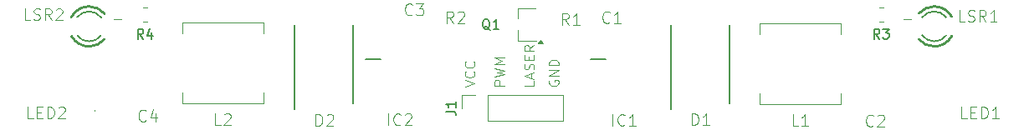
<source format=gbr>
%TF.GenerationSoftware,KiCad,Pcbnew,8.0.6*%
%TF.CreationDate,2025-03-12T20:05:18-06:00*%
%TF.ProjectId,Lightbar,4c696768-7462-4617-922e-6b696361645f,rev?*%
%TF.SameCoordinates,Original*%
%TF.FileFunction,Legend,Top*%
%TF.FilePolarity,Positive*%
%FSLAX46Y46*%
G04 Gerber Fmt 4.6, Leading zero omitted, Abs format (unit mm)*
G04 Created by KiCad (PCBNEW 8.0.6) date 2025-03-12 20:05:18*
%MOMM*%
%LPD*%
G01*
G04 APERTURE LIST*
%ADD10C,0.100000*%
%ADD11C,0.150000*%
%ADD12C,0.093472*%
%ADD13C,0.114300*%
%ADD14C,0.120000*%
%ADD15C,0.200000*%
%ADD16C,0.254000*%
%ADD17C,0.152400*%
G04 APERTURE END LIST*
D10*
X152420038Y-106672306D02*
X152372419Y-106767544D01*
X152372419Y-106767544D02*
X152372419Y-106910401D01*
X152372419Y-106910401D02*
X152420038Y-107053258D01*
X152420038Y-107053258D02*
X152515276Y-107148496D01*
X152515276Y-107148496D02*
X152610514Y-107196115D01*
X152610514Y-107196115D02*
X152800990Y-107243734D01*
X152800990Y-107243734D02*
X152943847Y-107243734D01*
X152943847Y-107243734D02*
X153134323Y-107196115D01*
X153134323Y-107196115D02*
X153229561Y-107148496D01*
X153229561Y-107148496D02*
X153324800Y-107053258D01*
X153324800Y-107053258D02*
X153372419Y-106910401D01*
X153372419Y-106910401D02*
X153372419Y-106815163D01*
X153372419Y-106815163D02*
X153324800Y-106672306D01*
X153324800Y-106672306D02*
X153277180Y-106624687D01*
X153277180Y-106624687D02*
X152943847Y-106624687D01*
X152943847Y-106624687D02*
X152943847Y-106815163D01*
X153372419Y-106196115D02*
X152372419Y-106196115D01*
X152372419Y-106196115D02*
X153372419Y-105624687D01*
X153372419Y-105624687D02*
X152372419Y-105624687D01*
X153372419Y-105148496D02*
X152372419Y-105148496D01*
X152372419Y-105148496D02*
X152372419Y-104910401D01*
X152372419Y-104910401D02*
X152420038Y-104767544D01*
X152420038Y-104767544D02*
X152515276Y-104672306D01*
X152515276Y-104672306D02*
X152610514Y-104624687D01*
X152610514Y-104624687D02*
X152800990Y-104577068D01*
X152800990Y-104577068D02*
X152943847Y-104577068D01*
X152943847Y-104577068D02*
X153134323Y-104624687D01*
X153134323Y-104624687D02*
X153229561Y-104672306D01*
X153229561Y-104672306D02*
X153324800Y-104767544D01*
X153324800Y-104767544D02*
X153372419Y-104910401D01*
X153372419Y-104910401D02*
X153372419Y-105148496D01*
X188303884Y-100491466D02*
X189065789Y-100491466D01*
X150872419Y-106719925D02*
X150872419Y-107196115D01*
X150872419Y-107196115D02*
X149872419Y-107196115D01*
X150586704Y-106434210D02*
X150586704Y-105958020D01*
X150872419Y-106529448D02*
X149872419Y-106196115D01*
X149872419Y-106196115D02*
X150872419Y-105862782D01*
X150824800Y-105577067D02*
X150872419Y-105434210D01*
X150872419Y-105434210D02*
X150872419Y-105196115D01*
X150872419Y-105196115D02*
X150824800Y-105100877D01*
X150824800Y-105100877D02*
X150777180Y-105053258D01*
X150777180Y-105053258D02*
X150681942Y-105005639D01*
X150681942Y-105005639D02*
X150586704Y-105005639D01*
X150586704Y-105005639D02*
X150491466Y-105053258D01*
X150491466Y-105053258D02*
X150443847Y-105100877D01*
X150443847Y-105100877D02*
X150396228Y-105196115D01*
X150396228Y-105196115D02*
X150348609Y-105386591D01*
X150348609Y-105386591D02*
X150300990Y-105481829D01*
X150300990Y-105481829D02*
X150253371Y-105529448D01*
X150253371Y-105529448D02*
X150158133Y-105577067D01*
X150158133Y-105577067D02*
X150062895Y-105577067D01*
X150062895Y-105577067D02*
X149967657Y-105529448D01*
X149967657Y-105529448D02*
X149920038Y-105481829D01*
X149920038Y-105481829D02*
X149872419Y-105386591D01*
X149872419Y-105386591D02*
X149872419Y-105148496D01*
X149872419Y-105148496D02*
X149920038Y-105005639D01*
X150348609Y-104577067D02*
X150348609Y-104243734D01*
X150872419Y-104100877D02*
X150872419Y-104577067D01*
X150872419Y-104577067D02*
X149872419Y-104577067D01*
X149872419Y-104577067D02*
X149872419Y-104100877D01*
X150872419Y-103100877D02*
X150396228Y-103434210D01*
X150872419Y-103672305D02*
X149872419Y-103672305D01*
X149872419Y-103672305D02*
X149872419Y-103291353D01*
X149872419Y-103291353D02*
X149920038Y-103196115D01*
X149920038Y-103196115D02*
X149967657Y-103148496D01*
X149967657Y-103148496D02*
X150062895Y-103100877D01*
X150062895Y-103100877D02*
X150205752Y-103100877D01*
X150205752Y-103100877D02*
X150300990Y-103148496D01*
X150300990Y-103148496D02*
X150348609Y-103196115D01*
X150348609Y-103196115D02*
X150396228Y-103291353D01*
X150396228Y-103291353D02*
X150396228Y-103672305D01*
X108303884Y-100491466D02*
X109065789Y-100491466D01*
X143872419Y-107338972D02*
X144872419Y-107005639D01*
X144872419Y-107005639D02*
X143872419Y-106672306D01*
X144777180Y-105767544D02*
X144824800Y-105815163D01*
X144824800Y-105815163D02*
X144872419Y-105958020D01*
X144872419Y-105958020D02*
X144872419Y-106053258D01*
X144872419Y-106053258D02*
X144824800Y-106196115D01*
X144824800Y-106196115D02*
X144729561Y-106291353D01*
X144729561Y-106291353D02*
X144634323Y-106338972D01*
X144634323Y-106338972D02*
X144443847Y-106386591D01*
X144443847Y-106386591D02*
X144300990Y-106386591D01*
X144300990Y-106386591D02*
X144110514Y-106338972D01*
X144110514Y-106338972D02*
X144015276Y-106291353D01*
X144015276Y-106291353D02*
X143920038Y-106196115D01*
X143920038Y-106196115D02*
X143872419Y-106053258D01*
X143872419Y-106053258D02*
X143872419Y-105958020D01*
X143872419Y-105958020D02*
X143920038Y-105815163D01*
X143920038Y-105815163D02*
X143967657Y-105767544D01*
X144777180Y-104767544D02*
X144824800Y-104815163D01*
X144824800Y-104815163D02*
X144872419Y-104958020D01*
X144872419Y-104958020D02*
X144872419Y-105053258D01*
X144872419Y-105053258D02*
X144824800Y-105196115D01*
X144824800Y-105196115D02*
X144729561Y-105291353D01*
X144729561Y-105291353D02*
X144634323Y-105338972D01*
X144634323Y-105338972D02*
X144443847Y-105386591D01*
X144443847Y-105386591D02*
X144300990Y-105386591D01*
X144300990Y-105386591D02*
X144110514Y-105338972D01*
X144110514Y-105338972D02*
X144015276Y-105291353D01*
X144015276Y-105291353D02*
X143920038Y-105196115D01*
X143920038Y-105196115D02*
X143872419Y-105053258D01*
X143872419Y-105053258D02*
X143872419Y-104958020D01*
X143872419Y-104958020D02*
X143920038Y-104815163D01*
X143920038Y-104815163D02*
X143967657Y-104767544D01*
X147872419Y-107196115D02*
X146872419Y-107196115D01*
X146872419Y-107196115D02*
X146872419Y-106815163D01*
X146872419Y-106815163D02*
X146920038Y-106719925D01*
X146920038Y-106719925D02*
X146967657Y-106672306D01*
X146967657Y-106672306D02*
X147062895Y-106624687D01*
X147062895Y-106624687D02*
X147205752Y-106624687D01*
X147205752Y-106624687D02*
X147300990Y-106672306D01*
X147300990Y-106672306D02*
X147348609Y-106719925D01*
X147348609Y-106719925D02*
X147396228Y-106815163D01*
X147396228Y-106815163D02*
X147396228Y-107196115D01*
X146872419Y-106291353D02*
X147872419Y-106053258D01*
X147872419Y-106053258D02*
X147158133Y-105862782D01*
X147158133Y-105862782D02*
X147872419Y-105672306D01*
X147872419Y-105672306D02*
X146872419Y-105434211D01*
X147872419Y-105053258D02*
X146872419Y-105053258D01*
X146872419Y-105053258D02*
X147586704Y-104719925D01*
X147586704Y-104719925D02*
X146872419Y-104386592D01*
X146872419Y-104386592D02*
X147872419Y-104386592D01*
D11*
X111333333Y-102454819D02*
X111000000Y-101978628D01*
X110761905Y-102454819D02*
X110761905Y-101454819D01*
X110761905Y-101454819D02*
X111142857Y-101454819D01*
X111142857Y-101454819D02*
X111238095Y-101502438D01*
X111238095Y-101502438D02*
X111285714Y-101550057D01*
X111285714Y-101550057D02*
X111333333Y-101645295D01*
X111333333Y-101645295D02*
X111333333Y-101788152D01*
X111333333Y-101788152D02*
X111285714Y-101883390D01*
X111285714Y-101883390D02*
X111238095Y-101931009D01*
X111238095Y-101931009D02*
X111142857Y-101978628D01*
X111142857Y-101978628D02*
X110761905Y-101978628D01*
X112190476Y-101788152D02*
X112190476Y-102454819D01*
X111952381Y-101407200D02*
X111714286Y-102121485D01*
X111714286Y-102121485D02*
X112333333Y-102121485D01*
D12*
X166837734Y-111226807D02*
X166837734Y-110050279D01*
X166837734Y-110050279D02*
X167117860Y-110050279D01*
X167117860Y-110050279D02*
X167285935Y-110106304D01*
X167285935Y-110106304D02*
X167397986Y-110218354D01*
X167397986Y-110218354D02*
X167454011Y-110330404D01*
X167454011Y-110330404D02*
X167510036Y-110554505D01*
X167510036Y-110554505D02*
X167510036Y-110722580D01*
X167510036Y-110722580D02*
X167454011Y-110946681D01*
X167454011Y-110946681D02*
X167397986Y-111058731D01*
X167397986Y-111058731D02*
X167285935Y-111170782D01*
X167285935Y-111170782D02*
X167117860Y-111226807D01*
X167117860Y-111226807D02*
X166837734Y-111226807D01*
X168630539Y-111226807D02*
X167958237Y-111226807D01*
X168294388Y-111226807D02*
X168294388Y-110050279D01*
X168294388Y-110050279D02*
X168182338Y-110218354D01*
X168182338Y-110218354D02*
X168070287Y-110330404D01*
X168070287Y-110330404D02*
X167958237Y-110386430D01*
X154361811Y-101014767D02*
X153969635Y-100454515D01*
X153689509Y-101014767D02*
X153689509Y-99838239D01*
X153689509Y-99838239D02*
X154137710Y-99838239D01*
X154137710Y-99838239D02*
X154249761Y-99894264D01*
X154249761Y-99894264D02*
X154305786Y-99950289D01*
X154305786Y-99950289D02*
X154361811Y-100062339D01*
X154361811Y-100062339D02*
X154361811Y-100230415D01*
X154361811Y-100230415D02*
X154305786Y-100342465D01*
X154305786Y-100342465D02*
X154249761Y-100398490D01*
X154249761Y-100398490D02*
X154137710Y-100454515D01*
X154137710Y-100454515D02*
X153689509Y-100454515D01*
X155482314Y-101014767D02*
X154810012Y-101014767D01*
X155146163Y-101014767D02*
X155146163Y-99838239D01*
X155146163Y-99838239D02*
X155034113Y-100006314D01*
X155034113Y-100006314D02*
X154922062Y-100118364D01*
X154922062Y-100118364D02*
X154810012Y-100174390D01*
X100183409Y-110539424D02*
X99623157Y-110539424D01*
X99623157Y-110539424D02*
X99623157Y-109362896D01*
X100575584Y-109923147D02*
X100967760Y-109923147D01*
X101135836Y-110539424D02*
X100575584Y-110539424D01*
X100575584Y-110539424D02*
X100575584Y-109362896D01*
X100575584Y-109362896D02*
X101135836Y-109362896D01*
X101640062Y-110539424D02*
X101640062Y-109362896D01*
X101640062Y-109362896D02*
X101920188Y-109362896D01*
X101920188Y-109362896D02*
X102088263Y-109418921D01*
X102088263Y-109418921D02*
X102200314Y-109530971D01*
X102200314Y-109530971D02*
X102256339Y-109643021D01*
X102256339Y-109643021D02*
X102312364Y-109867122D01*
X102312364Y-109867122D02*
X102312364Y-110035197D01*
X102312364Y-110035197D02*
X102256339Y-110259298D01*
X102256339Y-110259298D02*
X102200314Y-110371348D01*
X102200314Y-110371348D02*
X102088263Y-110483399D01*
X102088263Y-110483399D02*
X101920188Y-110539424D01*
X101920188Y-110539424D02*
X101640062Y-110539424D01*
X102760565Y-109474946D02*
X102816590Y-109418921D01*
X102816590Y-109418921D02*
X102928641Y-109362896D01*
X102928641Y-109362896D02*
X103208766Y-109362896D01*
X103208766Y-109362896D02*
X103320817Y-109418921D01*
X103320817Y-109418921D02*
X103376842Y-109474946D01*
X103376842Y-109474946D02*
X103432867Y-109586996D01*
X103432867Y-109586996D02*
X103432867Y-109699047D01*
X103432867Y-109699047D02*
X103376842Y-109867122D01*
X103376842Y-109867122D02*
X102704540Y-110539424D01*
X102704540Y-110539424D02*
X103432867Y-110539424D01*
D13*
X99900697Y-100541820D02*
X99350363Y-100541820D01*
X99350363Y-100541820D02*
X99350363Y-99386120D01*
X100230897Y-100486787D02*
X100395997Y-100541820D01*
X100395997Y-100541820D02*
X100671164Y-100541820D01*
X100671164Y-100541820D02*
X100781230Y-100486787D01*
X100781230Y-100486787D02*
X100836264Y-100431753D01*
X100836264Y-100431753D02*
X100891297Y-100321687D01*
X100891297Y-100321687D02*
X100891297Y-100211620D01*
X100891297Y-100211620D02*
X100836264Y-100101553D01*
X100836264Y-100101553D02*
X100781230Y-100046520D01*
X100781230Y-100046520D02*
X100671164Y-99991487D01*
X100671164Y-99991487D02*
X100451030Y-99936453D01*
X100451030Y-99936453D02*
X100340964Y-99881420D01*
X100340964Y-99881420D02*
X100285930Y-99826387D01*
X100285930Y-99826387D02*
X100230897Y-99716320D01*
X100230897Y-99716320D02*
X100230897Y-99606253D01*
X100230897Y-99606253D02*
X100285930Y-99496187D01*
X100285930Y-99496187D02*
X100340964Y-99441153D01*
X100340964Y-99441153D02*
X100451030Y-99386120D01*
X100451030Y-99386120D02*
X100726197Y-99386120D01*
X100726197Y-99386120D02*
X100891297Y-99441153D01*
X102046997Y-100541820D02*
X101661764Y-99991487D01*
X101386597Y-100541820D02*
X101386597Y-99386120D01*
X101386597Y-99386120D02*
X101826864Y-99386120D01*
X101826864Y-99386120D02*
X101936931Y-99441153D01*
X101936931Y-99441153D02*
X101991964Y-99496187D01*
X101991964Y-99496187D02*
X102046997Y-99606253D01*
X102046997Y-99606253D02*
X102046997Y-99771353D01*
X102046997Y-99771353D02*
X101991964Y-99881420D01*
X101991964Y-99881420D02*
X101936931Y-99936453D01*
X101936931Y-99936453D02*
X101826864Y-99991487D01*
X101826864Y-99991487D02*
X101386597Y-99991487D01*
X102487264Y-99496187D02*
X102542297Y-99441153D01*
X102542297Y-99441153D02*
X102652364Y-99386120D01*
X102652364Y-99386120D02*
X102927531Y-99386120D01*
X102927531Y-99386120D02*
X103037597Y-99441153D01*
X103037597Y-99441153D02*
X103092631Y-99496187D01*
X103092631Y-99496187D02*
X103147664Y-99606253D01*
X103147664Y-99606253D02*
X103147664Y-99716320D01*
X103147664Y-99716320D02*
X103092631Y-99881420D01*
X103092631Y-99881420D02*
X102432231Y-100541820D01*
X102432231Y-100541820D02*
X103147664Y-100541820D01*
D12*
X185183817Y-111249479D02*
X185127792Y-111305505D01*
X185127792Y-111305505D02*
X184959716Y-111361530D01*
X184959716Y-111361530D02*
X184847666Y-111361530D01*
X184847666Y-111361530D02*
X184679591Y-111305505D01*
X184679591Y-111305505D02*
X184567540Y-111193454D01*
X184567540Y-111193454D02*
X184511515Y-111081404D01*
X184511515Y-111081404D02*
X184455490Y-110857303D01*
X184455490Y-110857303D02*
X184455490Y-110689228D01*
X184455490Y-110689228D02*
X184511515Y-110465127D01*
X184511515Y-110465127D02*
X184567540Y-110353077D01*
X184567540Y-110353077D02*
X184679591Y-110241027D01*
X184679591Y-110241027D02*
X184847666Y-110185002D01*
X184847666Y-110185002D02*
X184959716Y-110185002D01*
X184959716Y-110185002D02*
X185127792Y-110241027D01*
X185127792Y-110241027D02*
X185183817Y-110297052D01*
X185632018Y-110297052D02*
X185688043Y-110241027D01*
X185688043Y-110241027D02*
X185800094Y-110185002D01*
X185800094Y-110185002D02*
X186080219Y-110185002D01*
X186080219Y-110185002D02*
X186192270Y-110241027D01*
X186192270Y-110241027D02*
X186248295Y-110297052D01*
X186248295Y-110297052D02*
X186304320Y-110409102D01*
X186304320Y-110409102D02*
X186304320Y-110521153D01*
X186304320Y-110521153D02*
X186248295Y-110689228D01*
X186248295Y-110689228D02*
X185575993Y-111361530D01*
X185575993Y-111361530D02*
X186304320Y-111361530D01*
X158513921Y-100739104D02*
X158457896Y-100795130D01*
X158457896Y-100795130D02*
X158289820Y-100851155D01*
X158289820Y-100851155D02*
X158177770Y-100851155D01*
X158177770Y-100851155D02*
X158009695Y-100795130D01*
X158009695Y-100795130D02*
X157897644Y-100683079D01*
X157897644Y-100683079D02*
X157841619Y-100571029D01*
X157841619Y-100571029D02*
X157785594Y-100346928D01*
X157785594Y-100346928D02*
X157785594Y-100178853D01*
X157785594Y-100178853D02*
X157841619Y-99954752D01*
X157841619Y-99954752D02*
X157897644Y-99842702D01*
X157897644Y-99842702D02*
X158009695Y-99730652D01*
X158009695Y-99730652D02*
X158177770Y-99674627D01*
X158177770Y-99674627D02*
X158289820Y-99674627D01*
X158289820Y-99674627D02*
X158457896Y-99730652D01*
X158457896Y-99730652D02*
X158513921Y-99786677D01*
X159634424Y-100851155D02*
X158962122Y-100851155D01*
X159298273Y-100851155D02*
X159298273Y-99674627D01*
X159298273Y-99674627D02*
X159186223Y-99842702D01*
X159186223Y-99842702D02*
X159074172Y-99954752D01*
X159074172Y-99954752D02*
X158962122Y-100010778D01*
X119181317Y-111206431D02*
X118621065Y-111206431D01*
X118621065Y-111206431D02*
X118621065Y-110029903D01*
X119517467Y-110141953D02*
X119573492Y-110085928D01*
X119573492Y-110085928D02*
X119685543Y-110029903D01*
X119685543Y-110029903D02*
X119965668Y-110029903D01*
X119965668Y-110029903D02*
X120077719Y-110085928D01*
X120077719Y-110085928D02*
X120133744Y-110141953D01*
X120133744Y-110141953D02*
X120189769Y-110254003D01*
X120189769Y-110254003D02*
X120189769Y-110366054D01*
X120189769Y-110366054D02*
X120133744Y-110534129D01*
X120133744Y-110534129D02*
X119461442Y-111206431D01*
X119461442Y-111206431D02*
X120189769Y-111206431D01*
X158831774Y-111280301D02*
X158831774Y-110103773D01*
X160064327Y-111168250D02*
X160008302Y-111224276D01*
X160008302Y-111224276D02*
X159840226Y-111280301D01*
X159840226Y-111280301D02*
X159728176Y-111280301D01*
X159728176Y-111280301D02*
X159560101Y-111224276D01*
X159560101Y-111224276D02*
X159448050Y-111112225D01*
X159448050Y-111112225D02*
X159392025Y-111000175D01*
X159392025Y-111000175D02*
X159336000Y-110776074D01*
X159336000Y-110776074D02*
X159336000Y-110607999D01*
X159336000Y-110607999D02*
X159392025Y-110383898D01*
X159392025Y-110383898D02*
X159448050Y-110271848D01*
X159448050Y-110271848D02*
X159560101Y-110159798D01*
X159560101Y-110159798D02*
X159728176Y-110103773D01*
X159728176Y-110103773D02*
X159840226Y-110103773D01*
X159840226Y-110103773D02*
X160008302Y-110159798D01*
X160008302Y-110159798D02*
X160064327Y-110215823D01*
X161184830Y-111280301D02*
X160512528Y-111280301D01*
X160848679Y-111280301D02*
X160848679Y-110103773D01*
X160848679Y-110103773D02*
X160736629Y-110271848D01*
X160736629Y-110271848D02*
X160624578Y-110383898D01*
X160624578Y-110383898D02*
X160512528Y-110439924D01*
X111593676Y-110739104D02*
X111537651Y-110795130D01*
X111537651Y-110795130D02*
X111369575Y-110851155D01*
X111369575Y-110851155D02*
X111257525Y-110851155D01*
X111257525Y-110851155D02*
X111089450Y-110795130D01*
X111089450Y-110795130D02*
X110977399Y-110683079D01*
X110977399Y-110683079D02*
X110921374Y-110571029D01*
X110921374Y-110571029D02*
X110865349Y-110346928D01*
X110865349Y-110346928D02*
X110865349Y-110178853D01*
X110865349Y-110178853D02*
X110921374Y-109954752D01*
X110921374Y-109954752D02*
X110977399Y-109842702D01*
X110977399Y-109842702D02*
X111089450Y-109730652D01*
X111089450Y-109730652D02*
X111257525Y-109674627D01*
X111257525Y-109674627D02*
X111369575Y-109674627D01*
X111369575Y-109674627D02*
X111537651Y-109730652D01*
X111537651Y-109730652D02*
X111593676Y-109786677D01*
X112602129Y-110066803D02*
X112602129Y-110851155D01*
X112322003Y-109618602D02*
X112041877Y-110458979D01*
X112041877Y-110458979D02*
X112770204Y-110458979D01*
X128771755Y-111283220D02*
X128771755Y-110106692D01*
X128771755Y-110106692D02*
X129051881Y-110106692D01*
X129051881Y-110106692D02*
X129219956Y-110162717D01*
X129219956Y-110162717D02*
X129332007Y-110274767D01*
X129332007Y-110274767D02*
X129388032Y-110386817D01*
X129388032Y-110386817D02*
X129444057Y-110610918D01*
X129444057Y-110610918D02*
X129444057Y-110778993D01*
X129444057Y-110778993D02*
X129388032Y-111003094D01*
X129388032Y-111003094D02*
X129332007Y-111115144D01*
X129332007Y-111115144D02*
X129219956Y-111227195D01*
X129219956Y-111227195D02*
X129051881Y-111283220D01*
X129051881Y-111283220D02*
X128771755Y-111283220D01*
X129892258Y-110218742D02*
X129948283Y-110162717D01*
X129948283Y-110162717D02*
X130060334Y-110106692D01*
X130060334Y-110106692D02*
X130340459Y-110106692D01*
X130340459Y-110106692D02*
X130452510Y-110162717D01*
X130452510Y-110162717D02*
X130508535Y-110218742D01*
X130508535Y-110218742D02*
X130564560Y-110330792D01*
X130564560Y-110330792D02*
X130564560Y-110442843D01*
X130564560Y-110442843D02*
X130508535Y-110610918D01*
X130508535Y-110610918D02*
X129836233Y-111283220D01*
X129836233Y-111283220D02*
X130564560Y-111283220D01*
X136141262Y-111237233D02*
X136141262Y-110060705D01*
X137373815Y-111125182D02*
X137317790Y-111181208D01*
X137317790Y-111181208D02*
X137149714Y-111237233D01*
X137149714Y-111237233D02*
X137037664Y-111237233D01*
X137037664Y-111237233D02*
X136869589Y-111181208D01*
X136869589Y-111181208D02*
X136757538Y-111069157D01*
X136757538Y-111069157D02*
X136701513Y-110957107D01*
X136701513Y-110957107D02*
X136645488Y-110733006D01*
X136645488Y-110733006D02*
X136645488Y-110564931D01*
X136645488Y-110564931D02*
X136701513Y-110340830D01*
X136701513Y-110340830D02*
X136757538Y-110228780D01*
X136757538Y-110228780D02*
X136869589Y-110116730D01*
X136869589Y-110116730D02*
X137037664Y-110060705D01*
X137037664Y-110060705D02*
X137149714Y-110060705D01*
X137149714Y-110060705D02*
X137317790Y-110116730D01*
X137317790Y-110116730D02*
X137373815Y-110172755D01*
X137822016Y-110172755D02*
X137878041Y-110116730D01*
X137878041Y-110116730D02*
X137990092Y-110060705D01*
X137990092Y-110060705D02*
X138270217Y-110060705D01*
X138270217Y-110060705D02*
X138382268Y-110116730D01*
X138382268Y-110116730D02*
X138438293Y-110172755D01*
X138438293Y-110172755D02*
X138494318Y-110284805D01*
X138494318Y-110284805D02*
X138494318Y-110396856D01*
X138494318Y-110396856D02*
X138438293Y-110564931D01*
X138438293Y-110564931D02*
X137765991Y-111237233D01*
X137765991Y-111237233D02*
X138494318Y-111237233D01*
D11*
X141954819Y-109833333D02*
X142669104Y-109833333D01*
X142669104Y-109833333D02*
X142811961Y-109880952D01*
X142811961Y-109880952D02*
X142907200Y-109976190D01*
X142907200Y-109976190D02*
X142954819Y-110119047D01*
X142954819Y-110119047D02*
X142954819Y-110214285D01*
X142954819Y-108833333D02*
X142954819Y-109404761D01*
X142954819Y-109119047D02*
X141954819Y-109119047D01*
X141954819Y-109119047D02*
X142097676Y-109214285D01*
X142097676Y-109214285D02*
X142192914Y-109309523D01*
X142192914Y-109309523D02*
X142240533Y-109404761D01*
X185833333Y-102454819D02*
X185500000Y-101978628D01*
X185261905Y-102454819D02*
X185261905Y-101454819D01*
X185261905Y-101454819D02*
X185642857Y-101454819D01*
X185642857Y-101454819D02*
X185738095Y-101502438D01*
X185738095Y-101502438D02*
X185785714Y-101550057D01*
X185785714Y-101550057D02*
X185833333Y-101645295D01*
X185833333Y-101645295D02*
X185833333Y-101788152D01*
X185833333Y-101788152D02*
X185785714Y-101883390D01*
X185785714Y-101883390D02*
X185738095Y-101931009D01*
X185738095Y-101931009D02*
X185642857Y-101978628D01*
X185642857Y-101978628D02*
X185261905Y-101978628D01*
X186166667Y-101454819D02*
X186785714Y-101454819D01*
X186785714Y-101454819D02*
X186452381Y-101835771D01*
X186452381Y-101835771D02*
X186595238Y-101835771D01*
X186595238Y-101835771D02*
X186690476Y-101883390D01*
X186690476Y-101883390D02*
X186738095Y-101931009D01*
X186738095Y-101931009D02*
X186785714Y-102026247D01*
X186785714Y-102026247D02*
X186785714Y-102264342D01*
X186785714Y-102264342D02*
X186738095Y-102359580D01*
X186738095Y-102359580D02*
X186690476Y-102407200D01*
X186690476Y-102407200D02*
X186595238Y-102454819D01*
X186595238Y-102454819D02*
X186309524Y-102454819D01*
X186309524Y-102454819D02*
X186214286Y-102407200D01*
X186214286Y-102407200D02*
X186166667Y-102359580D01*
D12*
X138535021Y-99959042D02*
X138478996Y-100015068D01*
X138478996Y-100015068D02*
X138310920Y-100071093D01*
X138310920Y-100071093D02*
X138198870Y-100071093D01*
X138198870Y-100071093D02*
X138030795Y-100015068D01*
X138030795Y-100015068D02*
X137918744Y-99903017D01*
X137918744Y-99903017D02*
X137862719Y-99790967D01*
X137862719Y-99790967D02*
X137806694Y-99566866D01*
X137806694Y-99566866D02*
X137806694Y-99398791D01*
X137806694Y-99398791D02*
X137862719Y-99174690D01*
X137862719Y-99174690D02*
X137918744Y-99062640D01*
X137918744Y-99062640D02*
X138030795Y-98950590D01*
X138030795Y-98950590D02*
X138198870Y-98894565D01*
X138198870Y-98894565D02*
X138310920Y-98894565D01*
X138310920Y-98894565D02*
X138478996Y-98950590D01*
X138478996Y-98950590D02*
X138535021Y-99006615D01*
X138927197Y-98894565D02*
X139655524Y-98894565D01*
X139655524Y-98894565D02*
X139263348Y-99342766D01*
X139263348Y-99342766D02*
X139431423Y-99342766D01*
X139431423Y-99342766D02*
X139543474Y-99398791D01*
X139543474Y-99398791D02*
X139599499Y-99454816D01*
X139599499Y-99454816D02*
X139655524Y-99566866D01*
X139655524Y-99566866D02*
X139655524Y-99846992D01*
X139655524Y-99846992D02*
X139599499Y-99959042D01*
X139599499Y-99959042D02*
X139543474Y-100015068D01*
X139543474Y-100015068D02*
X139431423Y-100071093D01*
X139431423Y-100071093D02*
X139095272Y-100071093D01*
X139095272Y-100071093D02*
X138983222Y-100015068D01*
X138983222Y-100015068D02*
X138927197Y-99959042D01*
X142706622Y-100851155D02*
X142314446Y-100290903D01*
X142034320Y-100851155D02*
X142034320Y-99674627D01*
X142034320Y-99674627D02*
X142482521Y-99674627D01*
X142482521Y-99674627D02*
X142594572Y-99730652D01*
X142594572Y-99730652D02*
X142650597Y-99786677D01*
X142650597Y-99786677D02*
X142706622Y-99898727D01*
X142706622Y-99898727D02*
X142706622Y-100066803D01*
X142706622Y-100066803D02*
X142650597Y-100178853D01*
X142650597Y-100178853D02*
X142594572Y-100234878D01*
X142594572Y-100234878D02*
X142482521Y-100290903D01*
X142482521Y-100290903D02*
X142034320Y-100290903D01*
X143154823Y-99786677D02*
X143210848Y-99730652D01*
X143210848Y-99730652D02*
X143322899Y-99674627D01*
X143322899Y-99674627D02*
X143603024Y-99674627D01*
X143603024Y-99674627D02*
X143715075Y-99730652D01*
X143715075Y-99730652D02*
X143771100Y-99786677D01*
X143771100Y-99786677D02*
X143827125Y-99898727D01*
X143827125Y-99898727D02*
X143827125Y-100010778D01*
X143827125Y-100010778D02*
X143771100Y-100178853D01*
X143771100Y-100178853D02*
X143098798Y-100851155D01*
X143098798Y-100851155D02*
X143827125Y-100851155D01*
X177616050Y-111306603D02*
X177055798Y-111306603D01*
X177055798Y-111306603D02*
X177055798Y-110130075D01*
X178624502Y-111306603D02*
X177952200Y-111306603D01*
X178288351Y-111306603D02*
X178288351Y-110130075D01*
X178288351Y-110130075D02*
X178176301Y-110298150D01*
X178176301Y-110298150D02*
X178064250Y-110410200D01*
X178064250Y-110410200D02*
X177952200Y-110466226D01*
X194683409Y-110539424D02*
X194123157Y-110539424D01*
X194123157Y-110539424D02*
X194123157Y-109362896D01*
X195075584Y-109923147D02*
X195467760Y-109923147D01*
X195635836Y-110539424D02*
X195075584Y-110539424D01*
X195075584Y-110539424D02*
X195075584Y-109362896D01*
X195075584Y-109362896D02*
X195635836Y-109362896D01*
X196140062Y-110539424D02*
X196140062Y-109362896D01*
X196140062Y-109362896D02*
X196420188Y-109362896D01*
X196420188Y-109362896D02*
X196588263Y-109418921D01*
X196588263Y-109418921D02*
X196700314Y-109530971D01*
X196700314Y-109530971D02*
X196756339Y-109643021D01*
X196756339Y-109643021D02*
X196812364Y-109867122D01*
X196812364Y-109867122D02*
X196812364Y-110035197D01*
X196812364Y-110035197D02*
X196756339Y-110259298D01*
X196756339Y-110259298D02*
X196700314Y-110371348D01*
X196700314Y-110371348D02*
X196588263Y-110483399D01*
X196588263Y-110483399D02*
X196420188Y-110539424D01*
X196420188Y-110539424D02*
X196140062Y-110539424D01*
X197932867Y-110539424D02*
X197260565Y-110539424D01*
X197596716Y-110539424D02*
X197596716Y-109362896D01*
X197596716Y-109362896D02*
X197484666Y-109530971D01*
X197484666Y-109530971D02*
X197372615Y-109643021D01*
X197372615Y-109643021D02*
X197260565Y-109699047D01*
D13*
X194457702Y-100704789D02*
X193907368Y-100704789D01*
X193907368Y-100704789D02*
X193907368Y-99549089D01*
X194787902Y-100649756D02*
X194953002Y-100704789D01*
X194953002Y-100704789D02*
X195228169Y-100704789D01*
X195228169Y-100704789D02*
X195338235Y-100649756D01*
X195338235Y-100649756D02*
X195393269Y-100594722D01*
X195393269Y-100594722D02*
X195448302Y-100484656D01*
X195448302Y-100484656D02*
X195448302Y-100374589D01*
X195448302Y-100374589D02*
X195393269Y-100264522D01*
X195393269Y-100264522D02*
X195338235Y-100209489D01*
X195338235Y-100209489D02*
X195228169Y-100154456D01*
X195228169Y-100154456D02*
X195008035Y-100099422D01*
X195008035Y-100099422D02*
X194897969Y-100044389D01*
X194897969Y-100044389D02*
X194842935Y-99989356D01*
X194842935Y-99989356D02*
X194787902Y-99879289D01*
X194787902Y-99879289D02*
X194787902Y-99769222D01*
X194787902Y-99769222D02*
X194842935Y-99659156D01*
X194842935Y-99659156D02*
X194897969Y-99604122D01*
X194897969Y-99604122D02*
X195008035Y-99549089D01*
X195008035Y-99549089D02*
X195283202Y-99549089D01*
X195283202Y-99549089D02*
X195448302Y-99604122D01*
X196604002Y-100704789D02*
X196218769Y-100154456D01*
X195943602Y-100704789D02*
X195943602Y-99549089D01*
X195943602Y-99549089D02*
X196383869Y-99549089D01*
X196383869Y-99549089D02*
X196493936Y-99604122D01*
X196493936Y-99604122D02*
X196548969Y-99659156D01*
X196548969Y-99659156D02*
X196604002Y-99769222D01*
X196604002Y-99769222D02*
X196604002Y-99934322D01*
X196604002Y-99934322D02*
X196548969Y-100044389D01*
X196548969Y-100044389D02*
X196493936Y-100099422D01*
X196493936Y-100099422D02*
X196383869Y-100154456D01*
X196383869Y-100154456D02*
X195943602Y-100154456D01*
X197704669Y-100704789D02*
X197044269Y-100704789D01*
X197374469Y-100704789D02*
X197374469Y-99549089D01*
X197374469Y-99549089D02*
X197264402Y-99714189D01*
X197264402Y-99714189D02*
X197154336Y-99824256D01*
X197154336Y-99824256D02*
X197044269Y-99879289D01*
D11*
X146404761Y-101550057D02*
X146309523Y-101502438D01*
X146309523Y-101502438D02*
X146214285Y-101407200D01*
X146214285Y-101407200D02*
X146071428Y-101264342D01*
X146071428Y-101264342D02*
X145976190Y-101216723D01*
X145976190Y-101216723D02*
X145880952Y-101216723D01*
X145928571Y-101454819D02*
X145833333Y-101407200D01*
X145833333Y-101407200D02*
X145738095Y-101311961D01*
X145738095Y-101311961D02*
X145690476Y-101121485D01*
X145690476Y-101121485D02*
X145690476Y-100788152D01*
X145690476Y-100788152D02*
X145738095Y-100597676D01*
X145738095Y-100597676D02*
X145833333Y-100502438D01*
X145833333Y-100502438D02*
X145928571Y-100454819D01*
X145928571Y-100454819D02*
X146119047Y-100454819D01*
X146119047Y-100454819D02*
X146214285Y-100502438D01*
X146214285Y-100502438D02*
X146309523Y-100597676D01*
X146309523Y-100597676D02*
X146357142Y-100788152D01*
X146357142Y-100788152D02*
X146357142Y-101121485D01*
X146357142Y-101121485D02*
X146309523Y-101311961D01*
X146309523Y-101311961D02*
X146214285Y-101407200D01*
X146214285Y-101407200D02*
X146119047Y-101454819D01*
X146119047Y-101454819D02*
X145928571Y-101454819D01*
X147309523Y-101454819D02*
X146738095Y-101454819D01*
X147023809Y-101454819D02*
X147023809Y-100454819D01*
X147023809Y-100454819D02*
X146928571Y-100597676D01*
X146928571Y-100597676D02*
X146833333Y-100692914D01*
X146833333Y-100692914D02*
X146738095Y-100740533D01*
D14*
%TO.C,R4*%
X111727064Y-99265000D02*
X111272936Y-99265000D01*
X111727064Y-100735000D02*
X111272936Y-100735000D01*
D15*
%TO.C,D1*%
X170616600Y-108974800D02*
X170616600Y-101034800D01*
X164712600Y-101034800D02*
X164712600Y-109604800D01*
D10*
%TO.C,LED2*%
X106400600Y-109710800D02*
G75*
G02*
X106400600Y-109810800I0J-50000D01*
G01*
X106400600Y-109810800D02*
G75*
G02*
X106400600Y-109710800I0J50000D01*
G01*
D16*
%TO.C,LSR2*%
X104048100Y-100241000D02*
G75*
G02*
X105841000Y-99165200I1792960J-956200D01*
G01*
D17*
X104621800Y-100282800D02*
G75*
G02*
X105841000Y-99673200I1219199J-914398D01*
G01*
D16*
X105841000Y-99165200D02*
G75*
G02*
X107402000Y-99896300I14J-2031997D01*
G01*
D17*
X105841000Y-99673200D02*
G75*
G02*
X107081100Y-100311399I-33J-1523999D01*
G01*
X105841000Y-102721200D02*
G75*
G02*
X104638000Y-102132800I8J1524000D01*
G01*
D16*
X105841000Y-103229200D02*
G75*
G02*
X104076700Y-102205400I-59J2031996D01*
G01*
D17*
X107044000Y-102132800D02*
G75*
G02*
X105841000Y-102721200I-1203008J935600D01*
G01*
D16*
X107392200Y-102509800D02*
G75*
G02*
X105841000Y-103229200I-1551164J1312603D01*
G01*
D10*
%TO.C,L2*%
X115314600Y-100815800D02*
X123494600Y-100815800D01*
X115314600Y-101905800D02*
X115314600Y-100815800D01*
X115314600Y-107905800D02*
X115314600Y-108995800D01*
X115314600Y-108995800D02*
X123494600Y-108995800D01*
X123494600Y-100815800D02*
X123494600Y-101905800D01*
X123494600Y-108995800D02*
X123494600Y-107905800D01*
D15*
%TO.C,IC1*%
X156569600Y-104540800D02*
X158094600Y-104540800D01*
%TO.C,D2*%
X132573043Y-108974800D02*
X132573043Y-101034800D01*
X126669043Y-101034800D02*
X126669043Y-109604800D01*
%TO.C,IC2*%
X133836600Y-104484800D02*
X135361600Y-104484800D01*
D14*
%TO.C,J1*%
X153830000Y-110830000D02*
X153830000Y-108170000D01*
X146150000Y-110830000D02*
X153830000Y-110830000D01*
X146150000Y-110830000D02*
X146150000Y-108170000D01*
X146150000Y-108170000D02*
X153830000Y-108170000D01*
X143550000Y-109500000D02*
X143550000Y-108170000D01*
X143550000Y-108170000D02*
X144880000Y-108170000D01*
%TO.C,R3*%
X185772936Y-100735000D02*
X186227064Y-100735000D01*
X185772936Y-99265000D02*
X186227064Y-99265000D01*
D10*
%TO.C,L1*%
X181914600Y-109071800D02*
X181914600Y-107981800D01*
X181914600Y-100891800D02*
X181914600Y-101981800D01*
X173734600Y-109071800D02*
X181914600Y-109071800D01*
X173734600Y-107981800D02*
X173734600Y-109071800D01*
X173734600Y-101981800D02*
X173734600Y-100891800D01*
X173734600Y-100891800D02*
X181914600Y-100891800D01*
%TO.C,LED1*%
X190808600Y-109456800D02*
G75*
G02*
X190808600Y-109556800I0J-50000D01*
G01*
X190808600Y-109556800D02*
G75*
G02*
X190808600Y-109456800I0J50000D01*
G01*
D16*
%TO.C,LSR1*%
X189817000Y-99884600D02*
G75*
G02*
X191368200Y-99165200I1551164J-1312603D01*
G01*
D17*
X190165200Y-100261600D02*
G75*
G02*
X191368200Y-99673200I1203008J-935600D01*
G01*
D16*
X191368200Y-99165200D02*
G75*
G02*
X193132500Y-100189000I59J-2031996D01*
G01*
D17*
X191368200Y-99673200D02*
G75*
G02*
X192571200Y-100261600I-8J-1524000D01*
G01*
X191368200Y-102721200D02*
G75*
G02*
X190128100Y-102083001I33J1523999D01*
G01*
D16*
X191368200Y-103229200D02*
G75*
G02*
X189807200Y-102498100I-14J2031997D01*
G01*
D17*
X192587400Y-102111600D02*
G75*
G02*
X191368200Y-102721200I-1219199J914398D01*
G01*
D16*
X193161100Y-102153400D02*
G75*
G02*
X191368200Y-103229200I-1792960J956200D01*
G01*
D14*
%TO.C,Q1*%
X149200000Y-99350000D02*
X149200000Y-100400000D01*
X149200000Y-102650000D02*
X149200000Y-101600000D01*
X151000000Y-99350000D02*
X149200000Y-99350000D01*
X151060000Y-102650000D02*
X149200000Y-102650000D01*
X151750000Y-102941676D02*
X151270000Y-102941676D01*
X151510000Y-102611676D01*
X151750000Y-102941676D01*
G36*
X151750000Y-102941676D02*
G01*
X151270000Y-102941676D01*
X151510000Y-102611676D01*
X151750000Y-102941676D01*
G37*
%TD*%
M02*

</source>
